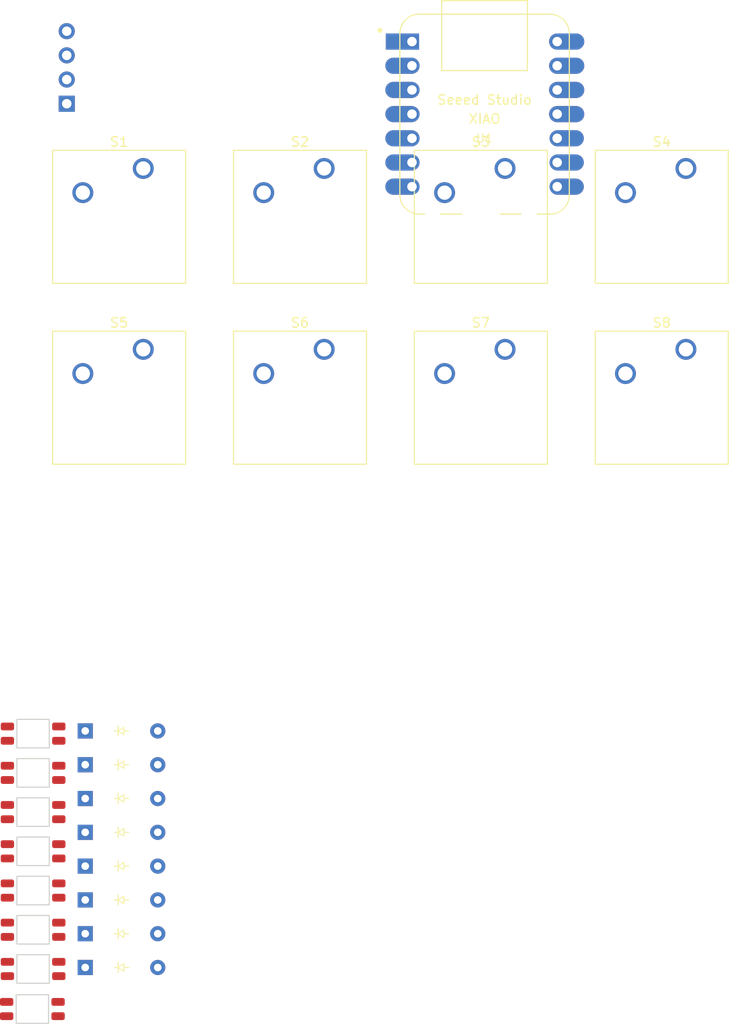
<source format=kicad_pcb>
(kicad_pcb (version 20241229) (generator "pcbnew") (generator_version "9.0")
  (layers (0 "F.Cu" signal) (2 "B.Cu" signal) (13 "F.Paste" user) (15 "B.Paste" user) (5 "F.SilkS" user "F.Silkscreen") (7 "B.SilkS" user "B.Silkscreen") (1 "F.Mask" user) (3 "B.Mask" user) (25 "Edge.Cuts" user))
  (net 0 "")
  (net 1 "Net-(D11-DIN)")
  (net 2 "Net-(D10-DOUT)")
  (net 3 "Row 0")
  (net 4 "LED_GND")
  (net 5 "5V")
  (net 6 "Net-(D1-A)")
  (net 7 "Net-(D2-A)")
  (net 8 "Net-(D3-A)")
  (net 9 "Net-(D4-A)")
  (net 10 "Row 1")
  (net 11 "Net-(D5-A)")
  (net 12 "Net-(D6-A)")
  (net 13 "Net-(D7-A)")
  (net 14 "Net-(D8-A)")
  (net 15 "Col 0")
  (net 16 "Col 1")
  (net 17 "Col 2")
  (net 18 "Col 3")
  (net 19 "LED0_DIN")
  (net 20 "Net-(D11-DOUT)")
  (net 21 "Net-(D12-DOUT)")
  (net 22 "Net-(D13-DOUT)")
  (net 23 "Net-(D14-DOUT)")
  (net 24 "Net-(D15-DOUT)")
  (net 26 "OLED_SDA")
  (net 27 "OLED_SCL")
  (net 28 "OLED_VCC")
  (footprint "ScottoKeebs_Components:Diode_DO-35" (layer "F.Cu") (at 80.4405 138.299485)
    (property "Reference" "D7" (hide yes))
    (property "Value" "~" (hide yes))
    (fp_line (start 3.06 0) (end 3.46 0) (stroke (width 0.1)) (layer "F.SilkS"))
    (fp_line (start 3.46 -0.55) (end 3.46 0.55) (stroke (width 0.1)) (layer "F.SilkS"))
    (fp_line (start 3.46 0) (end 4.06 -0.4) (stroke (width 0.1)) (layer "F.SilkS"))
    (fp_line (start 4.06 -0.4) (end 4.06 0.4) (stroke (width 0.1)) (layer "F.SilkS"))
    (fp_line (start 4.06 0) (end 4.56 0) (stroke (width 0.1)) (layer "F.SilkS"))
    (fp_line (start 4.06 0.4) (end 3.46 0) (stroke (width 0.1)) (layer "F.SilkS"))
    (pad "1" thru_hole rect (at 0 0) (size 1.6 1.6) (drill 0.8) (layers "*.Cu" "*.Mask") (net 10 "Row 1"))
    (pad "2" thru_hole oval (at 7.62 0) (size 1.6 1.6) (drill 0.8) (layers "*.Cu" "*.Mask") (net 13 "Net-(D7-A)"))
  )
  (footprint "Button_Switch_Keyboard:SW_Cherry_MX_1.00u_PCB" (layer "F.Cu") (at 105.54 57.92)
    (property "Reference" "S2" (at -2.54 -2.794 0) (layer "F.SilkS"))
    (property "Value" "~")
    (fp_line (start -9.525 -1.905) (end 4.445 -1.905) (stroke (width 0.12)) (layer "F.SilkS"))
    (fp_line (start -9.525 12.065) (end -9.525 -1.905) (stroke (width 0.12)) (layer "F.SilkS"))
    (fp_line (start 4.445 -1.905) (end 4.445 12.065) (stroke (width 0.12)) (layer "F.SilkS"))
    (fp_line (start 4.445 12.065) (end -9.525 12.065) (stroke (width 0.12)) (layer "F.SilkS"))
    (pad "" np_thru_hole circle (at -7.62 5.08) (size 1.7 1.7) (drill 1.7) (layers "*.Cu" "*.Mask"))
    (pad "" np_thru_hole circle (at -2.54 5.08) (size 4 4) (drill 4) (layers "*.Cu" "*.Mask"))
    (pad "" np_thru_hole circle (at 2.54 5.08) (size 1.7 1.7) (drill 1.7) (layers "*.Cu" "*.Mask"))
    (pad "1" thru_hole circle (at 0 0) (size 2.2 2.2) (drill 1.5) (layers "*.Cu" "*.Mask") (net 16 "Col 1"))
    (pad "2" thru_hole circle (at -6.35 2.54) (size 2.2 2.2) (drill 1.5) (layers "*.Cu" "*.Mask") (net 7 "Net-(D2-A)"))
  )
  (footprint "ScottoKeebs_Components:Diode_DO-35" (layer "F.Cu") (at 80.4405 134.749485)
    (property "Reference" "D6" (hide yes))
    (property "Value" "~" (hide yes))
    (fp_line (start 3.06 0) (end 3.46 0) (stroke (width 0.1)) (layer "F.SilkS"))
    (fp_line (start 3.46 -0.55) (end 3.46 0.55) (stroke (width 0.1)) (layer "F.SilkS"))
    (fp_line (start 3.46 0) (end 4.06 -0.4) (stroke (width 0.1)) (layer "F.SilkS"))
    (fp_line (start 4.06 -0.4) (end 4.06 0.4) (stroke (width 0.1)) (layer "F.SilkS"))
    (fp_line (start 4.06 0) (end 4.56 0) (stroke (width 0.1)) (layer "F.SilkS"))
    (fp_line (start 4.06 0.4) (end 3.46 0) (stroke (width 0.1)) (layer "F.SilkS"))
    (pad "1" thru_hole rect (at 0 0) (size 1.6 1.6) (drill 0.8) (layers "*.Cu" "*.Mask") (net 10 "Row 1"))
    (pad "2" thru_hole oval (at 7.62 0) (size 1.6 1.6) (drill 0.8) (layers "*.Cu" "*.Mask") (net 12 "Net-(D6-A)"))
  )
  (footprint "ScottoKeebs_Components:Diode_DO-35" (layer "F.Cu") (at 80.4405 127.649485)
    (property "Reference" "D4" (hide yes))
    (property "Value" "~" (hide yes))
    (fp_line (start 3.06 0) (end 3.46 0) (stroke (width 0.1)) (layer "F.SilkS"))
    (fp_line (start 3.46 -0.55) (end 3.46 0.55) (stroke (width 0.1)) (layer "F.SilkS"))
    (fp_line (start 3.46 0) (end 4.06 -0.4) (stroke (width 0.1)) (layer "F.SilkS"))
    (fp_line (start 4.06 -0.4) (end 4.06 0.4) (stroke (width 0.1)) (layer "F.SilkS"))
    (fp_line (start 4.06 0) (end 4.56 0) (stroke (width 0.1)) (layer "F.SilkS"))
    (fp_line (start 4.06 0.4) (end 3.46 0) (stroke (width 0.1)) (layer "F.SilkS"))
    (pad "1" thru_hole rect (at 0 0) (size 1.6 1.6) (drill 0.8) (layers "*.Cu" "*.Mask") (net 3 "Row 0"))
    (pad "2" thru_hole oval (at 7.62 0) (size 1.6 1.6) (drill 0.8) (layers "*.Cu" "*.Mask") (net 9 "Net-(D4-A)"))
  )
  (footprint "ScottoKeebs_Components:LED_SK6812MINI" (layer "F.Cu") (at 74.9655 125.524485)
    (property "Reference" "D11" (hide yes))
    (property "Value" "LED_SK6812MINI" (hide yes))
    (fp_line (start -1.7 -1.5) (end -1.7 1.5) (stroke (width 0.12)) (layer "Edge.Cuts"))
    (fp_line (start -1.7 1.5) (end 1.7 1.5) (stroke (width 0.12)) (layer "Edge.Cuts"))
    (fp_line (start 1.7 -1.5) (end -1.7 -1.5) (stroke (width 0.12)) (layer "Edge.Cuts"))
    (fp_line (start 1.7 1.5) (end 1.7 -1.5) (stroke (width 0.12)) (layer "Edge.Cuts"))
    (pad "1" smd roundrect (at 2.7 -0.75) (size 1.4 0.82) (layers "F.Cu" "F.Mask" "F.Paste") (net 4 "LED_GND"))
    (pad "2" smd roundrect (at 2.7 0.75) (size 1.4 0.82) (layers "F.Cu" "F.Mask" "F.Paste") (net 20 "Net-(D11-DOUT)"))
    (pad "3" smd roundrect (at -2.7 0.75) (size 1.4 0.82) (layers "F.Cu" "F.Mask" "F.Paste") (net 5 "5V"))
    (pad "4" smd roundrect (at -2.7 -0.75) (size 1.4 0.82) (layers "F.Cu" "F.Mask" "F.Paste") (net 1 "Net-(D11-DIN)"))
  )
  (footprint "Button_Switch_Keyboard:SW_Cherry_MX_1.00u_PCB" (layer "F.Cu") (at 86.54 57.92)
    (property "Reference" "S1" (at -2.54 -2.794 0) (layer "F.SilkS"))
    (property "Value" "~")
    (fp_line (start -9.525 -1.905) (end 4.445 -1.905) (stroke (width 0.12)) (layer "F.SilkS"))
    (fp_line (start -9.525 12.065) (end -9.525 -1.905) (stroke (width 0.12)) (layer "F.SilkS"))
    (fp_line (start 4.445 -1.905) (end 4.445 12.065) (stroke (width 0.12)) (layer "F.SilkS"))
    (fp_line (start 4.445 12.065) (end -9.525 12.065) (stroke (width 0.12)) (layer "F.SilkS"))
    (pad "" np_thru_hole circle (at -7.62 5.08) (size 1.7 1.7) (drill 1.7) (layers "*.Cu" "*.Mask"))
    (pad "" np_thru_hole circle (at -2.54 5.08) (size 4 4) (drill 4) (layers "*.Cu" "*.Mask"))
    (pad "" np_thru_hole circle (at 2.54 5.08) (size 1.7 1.7) (drill 1.7) (layers "*.Cu" "*.Mask"))
    (pad "1" thru_hole circle (at 0 0) (size 2.2 2.2) (drill 1.5) (layers "*.Cu" "*.Mask") (net 15 "Col 0"))
    (pad "2" thru_hole circle (at -6.35 2.54) (size 2.2 2.2) (drill 1.5) (layers "*.Cu" "*.Mask") (net 6 "Net-(D1-A)"))
  )
  (footprint "ScottoKeebs_Components:Diode_DO-35" (layer "F.Cu") (at 80.4405 116.999485)
    (property "Reference" "D1" (hide yes))
    (property "Value" "~" (hide yes))
    (fp_line (start 3.06 0) (end 3.46 0) (stroke (width 0.1)) (layer "F.SilkS"))
    (fp_line (start 3.46 -0.55) (end 3.46 0.55) (stroke (width 0.1)) (layer "F.SilkS"))
    (fp_line (start 3.46 0) (end 4.06 -0.4) (stroke (width 0.1)) (layer "F.SilkS"))
    (fp_line (start 4.06 -0.4) (end 4.06 0.4) (stroke (width 0.1)) (layer "F.SilkS"))
    (fp_line (start 4.06 0) (end 4.56 0) (stroke (width 0.1)) (layer "F.SilkS"))
    (fp_line (start 4.06 0.4) (end 3.46 0) (stroke (width 0.1)) (layer "F.SilkS"))
    (pad "1" thru_hole rect (at 0 0) (size 1.6 1.6) (drill 0.8) (layers "*.Cu" "*.Mask") (net 3 "Row 0"))
    (pad "2" thru_hole oval (at 7.62 0) (size 1.6 1.6) (drill 0.8) (layers "*.Cu" "*.Mask") (net 6 "Net-(D1-A)"))
  )
  (footprint "ScottoKeebs_Components:LED_SK6812MINI" (layer "F.Cu") (at 74.9655 129.644485)
    (property "Reference" "D12" (hide yes))
    (property "Value" "LED_SK6812MINI" (hide yes))
    (fp_line (start -1.7 -1.5) (end -1.7 1.5) (stroke (width 0.12)) (layer "Edge.Cuts"))
    (fp_line (start -1.7 1.5) (end 1.7 1.5) (stroke (width 0.12)) (layer "Edge.Cuts"))
    (fp_line (start 1.7 -1.5) (end -1.7 -1.5) (stroke (width 0.12)) (layer "Edge.Cuts"))
    (fp_line (start 1.7 1.5) (end 1.7 -1.5) (stroke (width 0.12)) (layer "Edge.Cuts"))
    (pad "1" smd roundrect (at 2.7 -0.75) (size 1.4 0.82) (layers "F.Cu" "F.Mask" "F.Paste") (net 4 "LED_GND"))
    (pad "2" smd roundrect (at 2.7 0.75) (size 1.4 0.82) (layers "F.Cu" "F.Mask" "F.Paste") (net 21 "Net-(D12-DOUT)"))
    (pad "3" smd roundrect (at -2.7 0.75) (size 1.4 0.82) (layers "F.Cu" "F.Mask" "F.Paste") (net 5 "5V"))
    (pad "4" smd roundrect (at -2.7 -0.75) (size 1.4 0.82) (layers "F.Cu" "F.Mask" "F.Paste") (net 20 "Net-(D11-DOUT)"))
  )
  (footprint "ScottoKeebs_Components:OLED_128x32" (layer "F.Cu") (at 76.9 41.32)
    (property "Reference" "J1" (hide yes))
    (property "Value" "OLED_128x32")
    (pad "1" thru_hole rect (at 1.6 9.8 180) (size 1.7 1.7) (drill 1) (layers "*.Cu" "*.Mask") (net 4 "LED_GND"))
    (pad "2" thru_hole oval (at 1.6 7.26 180) (size 1.7 1.7) (drill 1) (layers "*.Cu" "*.Mask") (net 28 "OLED_VCC"))
    (pad "3" thru_hole oval (at 1.6 4.72 180) (size 1.7 1.7) (drill 1) (layers "*.Cu" "*.Mask") (net 27 "OLED_SCL"))
    (pad "4" thru_hole oval (at 1.6 2.18 180) (size 1.7 1.7) (drill 1) (layers "*.Cu" "*.Mask") (net 26 "OLED_SDA"))
  )
  (footprint "footprints:XIAO-Generic-Hybrid-14P-2.54-21X17.8MM" (layer "F.Cu") (at 122.3895 52.212015)
    (property "Reference" "U1" (at 0 2.54 0) (layer "F.SilkS") (effects (font (size 0.889 0.889) (thickness 0.1016))))
    (property "Value" "MOUDLE-SEEEDUINO-XIAO" (hide yes))
    (fp_line (start -8.9 -8.5) (end -8.9 8.5) (stroke (width 0.127)) (layer "F.SilkS"))
    (fp_line (start -6.9 10.5) (end 6.9 10.5) (stroke (width 0.127)) (layer "F.SilkS"))
    (fp_line (start -4.5 -11.92403) (end 4.5 -11.92403) (stroke (width 0.127)) (layer "F.SilkS"))
    (fp_line (start -4.5 -4.57073) (end -4.5 -11.92403) (stroke (width 0.127)) (layer "F.SilkS"))
    (fp_line (start 4.5 -11.92403) (end 4.5 -4.57073) (stroke (width 0.127)) (layer "F.SilkS"))
    (fp_line (start 4.5 -4.57073) (end -4.5 -4.57073) (stroke (width 0.127)) (layer "F.SilkS"))
    (fp_line (start 6.9 -10.49909) (end -6.9 -10.49909) (stroke (width 0.127)) (layer "F.SilkS"))
    (fp_line (start 8.9 8.5) (end 8.9 -8.5) (stroke (width 0.127)) (layer "F.SilkS"))
    (fp_arc (start -8.9 -8.5) (mid -8.301491 -9.901491) (end -6.9 -10.5) (stroke (width 0.12)) (layer "F.SilkS"))
    (fp_arc (start -6.9 10.5) (mid -8.301423 9.901423) (end -8.9 8.5) (stroke (width 0.12)) (layer "F.SilkS"))
    (fp_arc (start 6.9 -10.5) (mid 8.301491 -9.901491) (end 8.9 -8.5) (stroke (width 0.12)) (layer "F.SilkS"))
    (fp_arc (start 8.9 8.5) (mid 8.314214 9.914214) (end 6.9 10.5) (stroke (width 0.12)) (layer "F.SilkS"))
    (fp_circle (center -11 -8.8) (end -11 -9.054) (fill yes) (layer "F.SilkS"))
    (fp_poly (pts (xy -8.887715 -8.561705) (xy -8.884667 -8.610473) (xy -8.880603 -8.659494)) (stroke (width 0.0254)) (fill no) (layer "F.SilkS"))
    (fp_poly (pts (xy 8.889492 8.521574) (xy 8.887713 8.57085) (xy 8.884665 8.619618) (xy 8.880601 8.668639) (xy 8.875268 8.717407) (xy 8.868664 8.766175) (xy 8.861044 8.81469) (xy 8.852153 8.86295) (xy 8.842248 8.910955)) (stroke (width 0.0254)) (fill no) (layer "F.SilkS"))
    (fp_text user "Seeed Studio" (at 0 -1.5 0) (layer "F.SilkS"))
    (fp_text user "XIAO" (at 0 0.5 0) (layer "F.SilkS"))
    (pad "1" thru_hole rect (at -7.625 -7.62) (size 3.5 1.7) (drill 1 (offset -1 0)) (layers "*.Cu" "*.Mask") (net 19 "LED0_DIN"))
    (pad "2" thru_hole oval (at -7.625 -5.08) (size 3.6 1.7) (drill 1 (offset -1 0)) (layers "*.Cu" "*.Mask") (net 15 "Col 0"))
    (pad "3" thru_hole oval (at -7.625 -2.54) (size 3.6 1.7) (drill 1 (offset -1 0)) (layers "*.Cu" "*.Mask") (net 3 "Row 0"))
    (pad "4" thru_hole oval (at -7.625 0) (size 3.6 1.7) (drill 1 (offset -1 0)) (layers "*.Cu" "*.Mask") (net 10 "Row 1"))
    (pad "5" thru_hole oval (at -7.625 2.54) (size 3.6 1.7) (drill 1 (offset -1 0)) (layers "*.Cu" "*.Mask") (net 26 "OLED_SDA"))
    (pad "6" thru_hole oval (at -7.625 5.08 180) (size 3.6 1.7) (drill 1 (offset 1 0)) (layers "*.Cu" "*.Mask") (net 27 "OLED_SCL"))
    (pad "7" thru_hole oval (at -7.625 7.62) (size 3.6 1.7) (drill 1 (offset -1 0)) (layers "*.Cu" "*.Mask"))
    (pad "8" thru_hole oval (at 7.625 7.62) (size 3.6 1.7) (drill 1 (offset 1 0)) (layers "*.Cu" "*.Mask"))
    (pad "9" thru_hole oval (at 7.625 5.08) (size 3.6 1.7) (drill 1 (offset 1 0)) (layers "*.Cu" "*.Mask") (net 18 "Col 3"))
    (pad "10" thru_hole oval (at 7.625 2.54) (size 3.6 1.7) (drill 1 (offset 1 0)) (layers "*.Cu" "*.Mask") (net 16 "Col 1"))
    (pad "11" thru_hole oval (at 7.625 0) (size 3.7 1.7) (drill 1 (offset 1 0)) (layers "*.Cu" "*.Mask") (net 17 "Col 2"))
    (pad "12" thru_hole oval (at 7.625 -2.54) (size 3.7 1.7) (drill 1 (offset 1 0)) (layers "*.Cu" "*.Mask") (net 28 "OLED_VCC"))
    (pad "13" thru_hole oval (at 7.625 -5.08) (size 3.7 1.7) (drill 1 (offset 1 0)) (layers "*.Cu" "*.Mask") (net 4 "LED_GND"))
    (pad "14" thru_hole oval (at 7.625 -7.62) (size 3.7 1.7) (drill 1 (offset 1 0)) (layers "*.Cu" "*.Mask") (net 5 "5V"))
  )
  (footprint "Button_Switch_Keyboard:SW_Cherry_MX_1.00u_PCB" (layer "F.Cu") (at 143.54 57.92)
    (property "Reference" "S4" (at -2.54 -2.794 0) (layer "F.SilkS"))
    (property "Value" "~")
    (fp_line (start -9.525 -1.905) (end 4.445 -1.905) (stroke (width 0.12)) (layer "F.SilkS"))
    (fp_line (start -9.525 12.065) (end -9.525 -1.905) (stroke (width 0.12)) (layer "F.SilkS"))
    (fp_line (start 4.445 -1.905) (end 4.445 12.065) (stroke (width 0.12)) (layer "F.SilkS"))
    (fp_line (start 4.445 12.065) (end -9.525 12.065) (stroke (width 0.12)) (layer "F.SilkS"))
    (pad "" np_thru_hole circle (at -7.62 5.08) (size 1.7 1.7) (drill 1.7) (layers "*.Cu" "*.Mask"))
    (pad "" np_thru_hole circle (at -2.54 5.08) (size 4 4) (drill 4) (layers "*.Cu" "*.Mask"))
    (pad "" np_thru_hole circle (at 2.54 5.08) (size 1.7 1.7) (drill 1.7) (layers "*.Cu" "*.Mask"))
    (pad "1" thru_hole circle (at 0 0) (size 2.2 2.2) (drill 1.5) (layers "*.Cu" "*.Mask") (net 18 "Col 3"))
    (pad "2" thru_hole circle (at -6.35 2.54) (size 2.2 2.2) (drill 1.5) (layers "*.Cu" "*.Mask") (net 9 "Net-(D4-A)"))
  )
  (footprint "Button_Switch_Keyboard:SW_Cherry_MX_1.00u_PCB" (layer "F.Cu") (at 124.54 76.92)
    (property "Reference" "S7" (at -2.54 -2.794 0) (layer "F.SilkS"))
    (property "Value" "~")
    (fp_line (start -9.525 -1.905) (end 4.445 -1.905) (stroke (width 0.12)) (layer "F.SilkS"))
    (fp_line (start -9.525 12.065) (end -9.525 -1.905) (stroke (width 0.12)) (layer "F.SilkS"))
    (fp_line (start 4.445 -1.905) (end 4.445 12.065) (stroke (width 0.12)) (layer "F.SilkS"))
    (fp_line (start 4.445 12.065) (end -9.525 12.065) (stroke (width 0.12)) (layer "F.SilkS"))
    (pad "" np_thru_hole circle (at -7.62 5.08) (size 1.7 1.7) (drill 1.7) (layers "*.Cu" "*.Mask"))
    (pad "" np_thru_hole circle (at -2.54 5.08) (size 4 4) (drill 4) (layers "*.Cu" "*.Mask"))
    (pad "" np_thru_hole circle (at 2.54 5.08) (size 1.7 1.7) (drill 1.7) (layers "*.Cu" "*.Mask"))
    (pad "1" thru_hole circle (at 0 0) (size 2.2 2.2) (drill 1.5) (layers "*.Cu" "*.Mask") (net 17 "Col 2"))
    (pad "2" thru_hole circle (at -6.35 2.54) (size 2.2 2.2) (drill 1.5) (layers "*.Cu" "*.Mask") (net 13 "Net-(D7-A)"))
  )
  (footprint "Button_Switch_Keyboard:SW_Cherry_MX_1.00u_PCB" (layer "F.Cu") (at 86.54 76.92)
    (property "Reference" "S5" (at -2.54 -2.794 0) (layer "F.SilkS"))
    (property "Value" "~")
    (fp_line (start -9.525 -1.905) (end 4.445 -1.905) (stroke (width 0.12)) (layer "F.SilkS"))
    (fp_line (start -9.525 12.065) (end -9.525 -1.905) (stroke (width 0.12)) (layer "F.SilkS"))
    (fp_line (start 4.445 -1.905) (end 4.445 12.065) (stroke (width 0.12)) (layer "F.SilkS"))
    (fp_line (start 4.445 12.065) (end -9.525 12.065) (stroke (width 0.12)) (layer "F.SilkS"))
    (pad "" np_thru_hole circle (at -7.62 5.08) (size 1.7 1.7) (drill 1.7) (layers "*.Cu" "*.Mask"))
    (pad "" np_thru_hole circle (at -2.54 5.08) (size 4 4) (drill 4) (layers "*.Cu" "*.Mask"))
    (pad "" np_thru_hole circle (at 2.54 5.08) (size 1.7 1.7) (drill 1.7) (layers "*.Cu" "*.Mask"))
    (pad "1" thru_hole circle (at 0 0) (size 2.2 2.2) (drill 1.5) (layers "*.Cu" "*.Mask") (net 15 "Col 0"))
    (pad "2" thru_hole circle (at -6.35 2.54) (size 2.2 2.2) (drill 1.5) (layers "*.Cu" "*.Mask") (net 11 "Net-(D5-A)"))
  )
  (footprint "ScottoKeebs_Components:Diode_DO-35" (layer "F.Cu") (at 80.4405 124.099485)
    (property "Reference" "D3" (hide yes))
    (property "Value" "~" (hide yes))
    (fp_line (start 3.06 0) (end 3.46 0) (stroke (width 0.1)) (layer "F.SilkS"))
    (fp_line (start 3.46 -0.55) (end 3.46 0.55) (stroke (width 0.1)) (layer "F.SilkS"))
    (fp_line (start 3.46 0) (end 4.06 -0.4) (stroke (width 0.1)) (layer "F.SilkS"))
    (fp_line (start 4.06 -0.4) (end 4.06 0.4) (stroke (width 0.1)) (layer "F.SilkS"))
    (fp_line (start 4.06 0) (end 4.56 0) (stroke (width 0.1)) (layer "F.SilkS"))
    (fp_line (start 4.06 0.4) (end 3.46 0) (stroke (width 0.1)) (layer "F.SilkS"))
    (pad "1" thru_hole rect (at 0 0) (size 1.6 1.6) (drill 0.8) (layers "*.Cu" "*.Mask") (net 3 "Row 0"))
    (pad "2" thru_hole oval (at 7.62 0) (size 1.6 1.6) (drill 0.8) (layers "*.Cu" "*.Mask") (net 8 "Net-(D3-A)"))
  )
  (footprint "ScottoKeebs_Components:Diode_DO-35" (layer "F.Cu") (at 80.4405 131.199485)
    (property "Reference" "D5" (hide yes))
    (property "Value" "~" (hide yes))
    (fp_line (start 3.06 0) (end 3.46 0) (stroke (width 0.1)) (layer "F.SilkS"))
    (fp_line (start 3.46 -0.55) (end 3.46 0.55) (stroke (width 0.1)) (layer "F.SilkS"))
    (fp_line (start 3.46 0) (end 4.06 -0.4) (stroke (width 0.1)) (layer "F.SilkS"))
    (fp_line (start 4.06 -0.4) (end 4.06 0.4) (stroke (width 0.1)) (layer "F.SilkS"))
    (fp_line (start 4.06 0) (end 4.56 0) (stroke (width 0.1)) (layer "F.SilkS"))
    (fp_line (start 4.06 0.4) (end 3.46 0) (stroke (width 0.1)) (layer "F.SilkS"))
    (pad "1" thru_hole rect (at 0 0) (size 1.6 1.6) (drill 0.8) (layers "*.Cu" "*.Mask") (net 10 "Row 1"))
    (pad "2" thru_hole oval (at 7.62 0) (size 1.6 1.6) (drill 0.8) (layers "*.Cu" "*.Mask") (net 11 "Net-(D5-A)"))
  )
  (footprint "ScottoKeebs_Components:Diode_DO-35" (layer "F.Cu") (at 80.4405 141.849485)
    (property "Reference" "D8" (hide yes))
    (property "Value" "~" (hide yes))
    (fp_line (start 3.06 0) (end 3.46 0) (stroke (width 0.1)) (layer "F.SilkS"))
    (fp_line (start 3.46 -0.55) (end 3.46 0.55) (stroke (width 0.1)) (layer "F.SilkS"))
    (fp_line (start 3.46 0) (end 4.06 -0.4) (stroke (width 0.1)) (layer "F.SilkS"))
    (fp_line (start 4.06 -0.4) (end 4.06 0.4) (stroke (width 0.1)) (layer "F.SilkS"))
    (fp_line (start 4.06 0) (end 4.56 0) (stroke (width 0.1)) (layer "F.SilkS"))
    (fp_line (start 4.06 0.4) (end 3.46 0) (stroke (width 0.1)) (layer "F.SilkS"))
    (pad "1" thru_hole rect (at 0 0) (size 1.6 1.6) (drill 0.8) (layers "*.Cu" "*.Mask") (net 10 "Row 1"))
    (pad "2" thru_hole oval (at 7.62 0) (size 1.6 1.6) (drill 0.8) (layers "*.Cu" "*.Mask") (net 14 "Net-(D8-A)"))
  )
  (footprint "ScottoKeebs_Components:LED_SK6812MINI" (layer "F.Cu") (at 74.9655 137.884485)
    (property "Reference" "D14" (hide yes))
    (property "Value" "LED_SK6812MINI" (hide yes))
    (fp_line (start -1.7 -1.5) (end -1.7 1.5) (stroke (width 0.12)) (layer "Edge.Cuts"))
    (fp_line (start -1.7 1.5) (end 1.7 1.5) (stroke (width 0.12)) (layer "Edge.Cuts"))
    (fp_line (start 1.7 -1.5) (end -1.7 -1.5) (stroke (width 0.12)) (layer "Edge.Cuts"))
    (fp_line (start 1.7 1.5) (end 1.7 -1.5) (stroke (width 0.12)) (layer "Edge.Cuts"))
    (pad "1" smd roundrect (at 2.7 -0.75) (size 1.4 0.82) (layers "F.Cu" "F.Mask" "F.Paste") (net 4 "LED_GND"))
    (pad "2" smd roundrect (at 2.7 0.75) (size 1.4 0.82) (layers "F.Cu" "F.Mask" "F.Paste") (net 23 "Net-(D14-DOUT)"))
    (pad "3" smd roundrect (at -2.7 0.75) (size 1.4 0.82) (layers "F.Cu" "F.Mask" "F.Paste") (net 5 "5V"))
    (pad "4" smd roundrect (at -2.7 -0.75) (size 1.4 0.82) (layers "F.Cu" "F.Mask" "F.Paste") (net 22 "Net-(D13-DOUT)"))
  )
  (footprint "ScottoKeebs_Components:LED_SK6812MINI" (layer "F.Cu") (at 74.9655 133.764485)
    (property "Reference" "D13" (hide yes))
    (property "Value" "LED_SK6812MINI" (hide yes))
    (fp_line (start -1.7 -1.5) (end -1.7 1.5) (stroke (width 0.12)) (layer "Edge.Cuts"))
    (fp_line (start -1.7 1.5) (end 1.7 1.5) (stroke (width 0.12)) (layer "Edge.Cuts"))
    (fp_line (start 1.7 -1.5) (end -1.7 -1.5) (stroke (width 0.12)) (layer "Edge.Cuts"))
    (fp_line (start 1.7 1.5) (end 1.7 -1.5) (stroke (width 0.12)) (layer "Edge.Cuts"))
    (pad "1" smd roundrect (at 2.7 -0.75) (size 1.4 0.82) (layers "F.Cu" "F.Mask" "F.Paste") (net 4 "LED_GND"))
    (pad "2" smd roundrect (at 2.7 0.75) (size 1.4 0.82) (layers "F.Cu" "F.Mask" "F.Paste") (net 22 "Net-(D13-DOUT)"))
    (pad "3" smd roundrect (at -2.7 0.75) (size 1.4 0.82) (layers "F.Cu" "F.Mask" "F.Paste") (net 5 "5V"))
    (pad "4" smd roundrect (at -2.7 -0.75) (size 1.4 0.82) (layers "F.Cu" "F.Mask" "F.Paste") (net 21 "Net-(D12-DOUT)"))
  )
  (footprint "Button_Switch_Keyboard:SW_Cherry_MX_1.00u_PCB" (layer "F.Cu") (at 143.54 76.92)
    (property "Reference" "S8" (at -2.54 -2.794 0) (layer "F.SilkS"))
    (property "Value" "~")
    (fp_line (start -9.525 -1.905) (end 4.445 -1.905) (stroke (width 0.12)) (layer "F.SilkS"))
    (fp_line (start -9.525 12.065) (end -9.525 -1.905) (stroke (width 0.12)) (layer "F.SilkS"))
    (fp_line (start 4.445 -1.905) (end 4.445 12.065) (stroke (width 0.12)) (layer "F.SilkS"))
    (fp_line (start 4.445 12.065) (end -9.525 12.065) (stroke (width 0.12)) (layer "F.SilkS"))
    (pad "" np_thru_hole circle (at -7.62 5.08) (size 1.7 1.7) (drill 1.7) (layers "*.Cu" "*.Mask"))
    (pad "" np_thru_hole circle (at -2.54 5.08) (size 4 4) (drill 4) (layers "*.Cu" "*.Mask"))
    (pad "" np_thru_hole circle (at 2.54 5.08) (size 1.7 1.7) (drill 1.7) (layers "*.Cu" "*.Mask"))
    (pad "1" thru_hole circle (at 0 0) (size 2.2 2.2) (drill 1.5) (layers "*.Cu" "*.Mask") (net 18 "Col 3"))
    (pad "2" thru_hole circle (at -6.35 2.54) (size 2.2 2.2) (drill 1.5) (layers "*.Cu" "*.Mask") (net 14 "Net-(D8-A)"))
  )
  (footprint "ScottoKeebs_Components:LED_SK6812MINI" (layer "F.Cu") (at 74.9655 142.004485)
    (property "Reference" "D15" (hide yes))
    (property "Value" "LED_SK6812MINI" (hide yes))
    (fp_line (start -1.7 -1.5) (end -1.7 1.5) (stroke (width 0.12)) (layer "Edge.Cuts"))
    (fp_line (start -1.7 1.5) (end 1.7 1.5) (stroke (width 0.12)) (layer "Edge.Cuts"))
    (fp_line (start 1.7 -1.5) (end -1.7 -1.5) (stroke (width 0.12)) (layer "Edge.Cuts"))
    (fp_line (start 1.7 1.5) (end 1.7 -1.5) (stroke (width 0.12)) (layer "Edge.Cuts"))
    (pad "1" smd roundrect (at 2.7 -0.75) (size 1.4 0.82) (layers "F.Cu" "F.Mask" "F.Paste") (net 4 "LED_GND"))
    (pad "2" smd roundrect (at 2.7 0.75) (size 1.4 0.82) (layers "F.Cu" "F.Mask" "F.Paste") (net 24 "Net-(D15-DOUT)"))
    (pad "3" smd roundrect (at -2.7 0.75) (size 1.4 0.82) (layers "F.Cu" "F.Mask" "F.Paste") (net 5 "5V"))
    (pad "4" smd roundrect (at -2.7 -0.75) (size 1.4 0.82) (layers "F.Cu" "F.Mask" "F.Paste") (net 23 "Net-(D14-DOUT)"))
  )
  (footprint "ScottoKeebs_Components:LED_SK6812MINI" (layer "F.Cu") (at 74.9655 121.404485)
    (property "Reference" "D10" (hide yes))
    (property "Value" "LED_SK6812MINI" (hide yes))
    (fp_line (start -1.7 -1.5) (end -1.7 1.5) (stroke (width 0.12)) (layer "Edge.Cuts"))
    (fp_line (start -1.7 1.5) (end 1.7 1.5) (stroke (width 0.12)) (layer "Edge.Cuts"))
    (fp_line (start 1.7 -1.5) (end -1.7 -1.5) (stroke (width 0.12)) (layer "Edge.Cuts"))
    (fp_line (start 1.7 1.5) (end 1.7 -1.5) (stroke (width 0.12)) (layer "Edge.Cuts"))
    (pad "1" smd roundrect (at 2.7 -0.75) (size 1.4 0.82) (layers "F.Cu" "F.Mask" "F.Paste") (net 4 "LED_GND"))
    (pad "2" smd roundrect (at 2.7 0.75) (size 1.4 0.82) (layers "F.Cu" "F.Mask" "F.Paste") (net 2 "Net-(D10-DOUT)"))
    (pad "3" smd roundrect (at -2.7 0.75) (size 1.4 0.82) (layers "F.Cu" "F.Mask" "F.Paste") (net 5 "5V"))
    (pad "4" smd roundrect (at -2.7 -0.75) (size 1.4 0.82) (layers "F.Cu" "F.Mask" "F.Paste") (net 19 "LED0_DIN"))
  )
  (footprint "Button_Switch_Keyboard:SW_Cherry_MX_1.00u_PCB" (layer "F.Cu") (at 124.54 57.92)
    (property "Reference" "S3" (at -2.54 -2.794 0) (layer "F.SilkS"))
    (property "Value" "~")
    (fp_line (start -9.525 -1.905) (end 4.445 -1.905) (stroke (width 0.12)) (layer "F.SilkS"))
    (fp_line (start -9.525 12.065) (end -9.525 -1.905) (stroke (width 0.12)) (layer "F.SilkS"))
    (fp_line (start 4.445 -1.905) (end 4.445 12.065) (stroke (width 0.12)) (layer "F.SilkS"))
    (fp_line (start 4.445 12.065) (end -9.525 12.065) (stroke (width 0.12)) (layer "F.SilkS"))
    (pad "" np_thru_hole circle (at -7.62 5.08) (size 1.7 1.7) (drill 1.7) (layers "*.Cu" "*.Mask"))
    (pad "" np_thru_hole circle (at -2.54 5.08) (size 4 4) (drill 4) (layers "*.Cu" "*.Mask"))
    (pad "" np_thru_hole circle (at 2.54 5.08) (size 1.7 1.7) (drill 1.7) (layers "*.Cu" "*.Mask"))
    (pad "1" thru_hole circle (at 0 0) (size 2.2 2.2) (drill 1.5) (layers "*.Cu" "*.Mask") (net 17 "Col 2"))
    (pad "2" thru_hole circle (at -6.35 2.54) (size 2.2 2.2) (drill 1.5) (layers "*.Cu" "*.Mask") (net 8 "Net-(D3-A)"))
  )
  (footprint "ScottoKeebs_Components:Diode_DO-35" (layer "F.Cu") (at 80.4405 120.549485)
    (property "Reference" "D2" (hide yes))
    (property "Value" "~" (hide yes))
    (fp_line (start 3.06 0) (end 3.46 0) (stroke (width 0.1)) (layer "F.SilkS"))
    (fp_line (start 3.46 -0.55) (end 3.46 0.55) (stroke (width 0.1)) (layer "F.SilkS"))
    (fp_line (start 3.46 0) (end 4.06 -0.4) (stroke (width 0.1)) (layer "F.SilkS"))
    (fp_line (start 4.06 -0.4) (end 4.06 0.4) (stroke (width 0.1)) (layer "F.SilkS"))
    (fp_line (start 4.06 0) (end 4.56 0) (stroke (width 0.1)) (layer "F.SilkS"))
    (fp_line (start 4.06 0.4) (end 3.46 0) (stroke (width 0.1)) (layer "F.SilkS"))
    (pad "1" thru_hole rect (at 0 0) (size 1.6 1.6) (drill 0.8) (layers "*.Cu" "*.Mask") (net 3 "Row 0"))
    (pad "2" thru_hole oval (at 7.62 0) (size 1.6 1.6) (drill 0.8) (layers "*.Cu" "*.Mask") (net 7 "Net-(D2-A)"))
  )
  (footprint "ScottoKeebs_Components:LED_SK6812MINI" (layer "F.Cu") (at 74.8895 146.212015)
    (property "Reference" "D16" (hide yes))
    (property "Value" "LED_SK6812MINI" (hide yes))
    (fp_line (start -1.7 -1.5) (end -1.7 1.5) (stroke (width 0.12)) (layer "Edge.Cuts"))
    (fp_line (start -1.7 1.5) (end 1.7 1.5) (stroke (width 0.12)) (layer "Edge.Cuts"))
    (fp_line (start 1.7 -1.5) (end -1.7 -1.5) (stroke (width 0.12)) (layer "Edge.Cuts"))
    (fp_line (start 1.7 1.5) (end 1.7 -1.5) (stroke (width 0.12)) (layer "Edge.Cuts"))
    (pad "1" smd roundrect (at 2.7 -0.75) (size 1.4 0.82) (layers "F.Cu" "F.Mask" "F.Paste") (net 4 "LED_GND"))
    (pad "2" smd roundrect (at 2.7 0.75) (size 1.4 0.82) (layers "F.Cu" "F.Mask" "F.Paste"))
    (pad "3" smd roundrect (at -2.7 0.75) (size 1.4 0.82) (layers "F.Cu" "F.Mask" "F.Paste") (net 5 "5V"))
    (pad "4" smd roundrect (at -2.7 -0.75) (size 1.4 0.82) (layers "F.Cu" "F.Mask" "F.Paste") (net 24 "Net-(D15-DOUT)"))
  )
  (footprint "Button_Switch_Keyboard:SW_Cherry_MX_1.00u_PCB" (layer "F.Cu") (at 105.54 76.92)
    (property "Reference" "S6" (at -2.54 -2.794 0) (layer "F.SilkS"))
    (property "Value" "~")
    (fp_line (start -9.525 -1.905) (end 4.445 -1.905) (stroke (width 0.12)) (layer "F.SilkS"))
    (fp_line (start -9.525 12.065) (end -9.525 -1.905) (stroke (width 0.12)) (layer "F.SilkS"))
    (fp_line (start 4.445 -1.905) (end 4.445 12.065) (stroke (width 0.12)) (layer "F.SilkS"))
    (fp_line (start 4.445 12.065) (end -9.525 12.065) (stroke (width 0.12)) (layer "F.SilkS"))
    (pad "" np_thru_hole circle (at -7.62 5.08) (size 1.7 1.7) (drill 1.7) (layers "*.Cu" "*.Mask"))
    (pad "" np_thru_hole circle (at -2.54 5.08) (size 4 4) (drill 4) (layers "*.Cu" "*.Mask"))
    (pad "" np_thru_hole circle (at 2.54 5.08) (size 1.7 1.7) (drill 1.7) (layers "*.Cu" "*.Mask"))
    (pad "1" thru_hole circle (at 0 0) (size 2.2 2.2) (drill 1.5) (layers "*.Cu" "*.Mask") (net 16 "Col 1"))
    (pad "2" thru_hole circle (at -6.35 2.54) (size 2.2 2.2) (drill 1.5) (layers "*.Cu" "*.Mask") (net 12 "Net-(D6-A)"))
  )
  (footprint "ScottoKeebs_Components:LED_SK6812MINI" (layer "F.Cu") (at 74.9655 117.284485)
    (property "Reference" "D9" (hide yes))
    (property "Value" "LED_SK6812MINI" (hide yes))
    (fp_line (start -1.7 -1.5) (end -1.7 1.5) (stroke (width 0.12)) (layer "Edge.Cuts"))
    (fp_line (start -1.7 1.5) (end 1.7 1.5) (stroke (width 0.12)) (layer "Edge.Cuts"))
    (fp_line (start 1.7 -1.5) (end -1.7 -1.5) (stroke (width 0.12)) (layer "Edge.Cuts"))
    (fp_line (start 1.7 1.5) (end 1.7 -1.5) (stroke (width 0.12)) (layer "Edge.Cuts"))
    (pad "1" smd roundrect (at 2.7 -0.75) (size 1.4 0.82) (layers "F.Cu" "F.Mask" "F.Paste") (net 4 "LED_GND"))
    (pad "2" smd roundrect (at 2.7 0.75) (size 1.4 0.82) (layers "F.Cu" "F.Mask" "F.Paste") (net 1 "Net-(D11-DIN)"))
    (pad "3" smd roundrect (at -2.7 0.75) (size 1.4 0.82) (layers "F.Cu" "F.Mask" "F.Paste") (net 5 "5V"))
    (pad "4" smd roundrect (at -2.7 -0.75) (size 1.4 0.82) (layers "F.Cu" "F.Mask" "F.Paste") (net 2 "Net-(D10-DOUT)"))
  )
)
</source>
